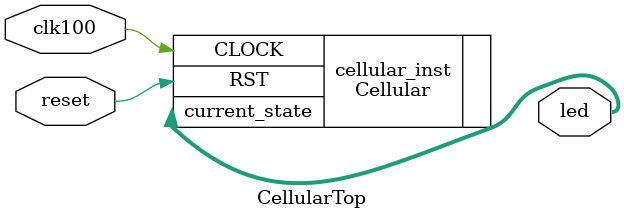
<source format=v>
`timescale 100fs/100fs
module CellularTop
    ( // Inputs
      input  clk100 // clock
    , input  reset // reset

      // Outputs
    , output wire [15:0] led
    );

  Cellular cellular_inst (
    .CLOCK(clk100),
    .RST(reset),
    .current_state(led)
  );

endmodule

</source>
